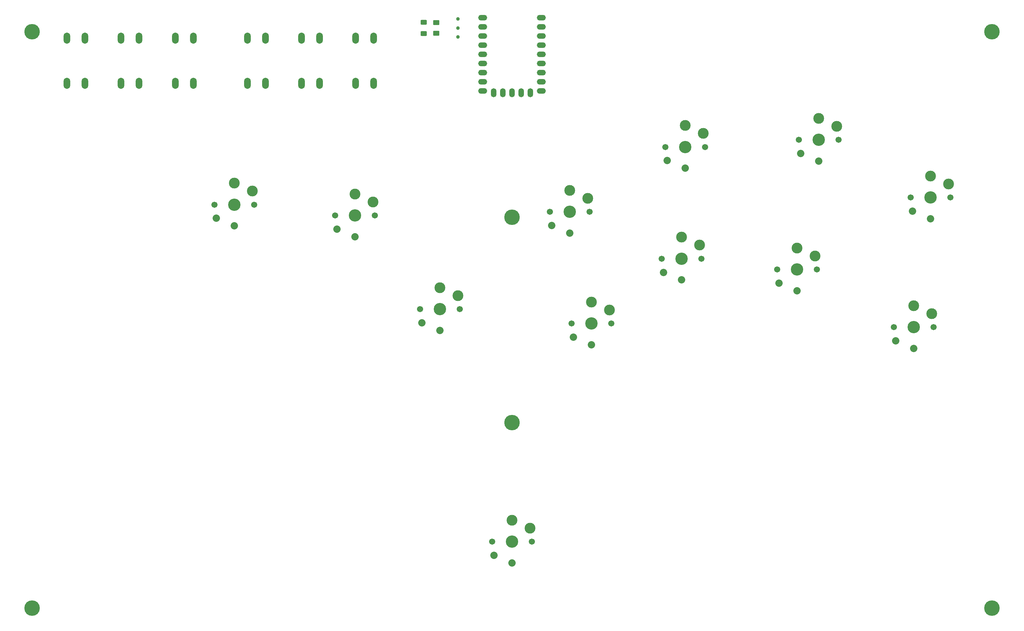
<source format=gbr>
%TF.GenerationSoftware,KiCad,Pcbnew,7.0.1*%
%TF.CreationDate,2024-02-21T21:30:13-07:00*%
%TF.ProjectId,JakesPad,4a616b65-7350-4616-942e-6b696361645f,rev?*%
%TF.SameCoordinates,Original*%
%TF.FileFunction,Soldermask,Top*%
%TF.FilePolarity,Negative*%
%FSLAX46Y46*%
G04 Gerber Fmt 4.6, Leading zero omitted, Abs format (unit mm)*
G04 Created by KiCad (PCBNEW 7.0.1) date 2024-02-21 21:30:13*
%MOMM*%
%LPD*%
G01*
G04 APERTURE LIST*
G04 Aperture macros list*
%AMRoundRect*
0 Rectangle with rounded corners*
0 $1 Rounding radius*
0 $2 $3 $4 $5 $6 $7 $8 $9 X,Y pos of 4 corners*
0 Add a 4 corners polygon primitive as box body*
4,1,4,$2,$3,$4,$5,$6,$7,$8,$9,$2,$3,0*
0 Add four circle primitives for the rounded corners*
1,1,$1+$1,$2,$3*
1,1,$1+$1,$4,$5*
1,1,$1+$1,$6,$7*
1,1,$1+$1,$8,$9*
0 Add four rect primitives between the rounded corners*
20,1,$1+$1,$2,$3,$4,$5,0*
20,1,$1+$1,$4,$5,$6,$7,0*
20,1,$1+$1,$6,$7,$8,$9,0*
20,1,$1+$1,$8,$9,$2,$3,0*%
G04 Aperture macros list end*
%ADD10C,1.701800*%
%ADD11C,3.000000*%
%ADD12C,3.429000*%
%ADD13C,2.032000*%
%ADD14O,1.850000X3.048000*%
%ADD15C,4.300000*%
%ADD16C,1.000000*%
%ADD17RoundRect,0.250001X0.624999X-0.462499X0.624999X0.462499X-0.624999X0.462499X-0.624999X-0.462499X0*%
%ADD18RoundRect,0.250000X0.625000X-0.400000X0.625000X0.400000X-0.625000X0.400000X-0.625000X-0.400000X0*%
%ADD19O,2.500000X1.500000*%
%ADD20O,1.500000X2.500000*%
G04 APERTURE END LIST*
D10*
%TO.C,B2*%
X263500000Y-123000000D03*
D11*
X269000000Y-117050000D03*
D12*
X269000000Y-123000000D03*
D11*
X274000000Y-119250000D03*
D10*
X274500000Y-123000000D03*
D13*
X269000000Y-128900000D03*
X264000000Y-126800000D03*
%TD*%
D14*
%TO.C,SW2*%
X113650000Y-74350000D03*
X113650000Y-61850000D03*
X118650000Y-74350000D03*
X118650000Y-61850000D03*
%TD*%
D10*
%TO.C,B1*%
X238500000Y-141000000D03*
D11*
X244000000Y-135050000D03*
D12*
X244000000Y-141000000D03*
D11*
X249000000Y-137250000D03*
D10*
X249500000Y-141000000D03*
D13*
X244000000Y-146900000D03*
X239000000Y-144800000D03*
%TD*%
D14*
%TO.C,SW3*%
X128650000Y-74350000D03*
X128650000Y-61850000D03*
X133650000Y-74350000D03*
X133650000Y-61850000D03*
%TD*%
D10*
%TO.C,A2*%
X264500000Y-92000000D03*
D11*
X270000000Y-86050000D03*
D12*
X270000000Y-92000000D03*
D11*
X275000000Y-88250000D03*
D10*
X275500000Y-92000000D03*
D13*
X270000000Y-97900000D03*
X265000000Y-95800000D03*
%TD*%
D10*
%TO.C,B4*%
X327800000Y-142000000D03*
D11*
X333300000Y-136050000D03*
D12*
X333300000Y-142000000D03*
D11*
X338300000Y-138250000D03*
D10*
X338800000Y-142000000D03*
D13*
X333300000Y-147900000D03*
X328300000Y-145800000D03*
%TD*%
D10*
%TO.C,A1*%
X232500000Y-110000000D03*
D11*
X238000000Y-104050000D03*
D12*
X238000000Y-110000000D03*
D11*
X243000000Y-106250000D03*
D10*
X243500000Y-110000000D03*
D13*
X238000000Y-115900000D03*
X233000000Y-113800000D03*
%TD*%
D10*
%TO.C,B3*%
X295500000Y-126000000D03*
D11*
X301000000Y-120050000D03*
D12*
X301000000Y-126000000D03*
D11*
X306000000Y-122250000D03*
D10*
X306500000Y-126000000D03*
D13*
X301000000Y-131900000D03*
X296000000Y-129800000D03*
%TD*%
D15*
%TO.C,H1*%
X89000000Y-60000000D03*
%TD*%
%TO.C,H5*%
X89000000Y-220000000D03*
%TD*%
D14*
%TO.C,SW1*%
X98650000Y-74350000D03*
X98650000Y-61850000D03*
X103650000Y-74350000D03*
X103650000Y-61850000D03*
%TD*%
D16*
%TO.C,GND*%
X206991428Y-59000000D03*
%TD*%
D17*
%TO.C,PWR*%
X201008572Y-57512500D03*
X201008572Y-60487500D03*
%TD*%
D15*
%TO.C,H2*%
X222000000Y-111500000D03*
%TD*%
D14*
%TO.C,SW4*%
X148650000Y-74350000D03*
X148650000Y-61850000D03*
X153650000Y-74350000D03*
X153650000Y-61850000D03*
%TD*%
%TO.C,SW6*%
X178650000Y-74350000D03*
X178650000Y-61850000D03*
X183650000Y-74350000D03*
X183650000Y-61850000D03*
%TD*%
D10*
%TO.C,C4*%
X216500000Y-201500000D03*
D11*
X222000000Y-195550000D03*
D12*
X222000000Y-201500000D03*
D11*
X227000000Y-197750000D03*
D10*
X227500000Y-201500000D03*
D13*
X222000000Y-207400000D03*
X217000000Y-205300000D03*
%TD*%
D16*
%TO.C,3V3*%
X207000000Y-61500000D03*
%TD*%
D10*
%TO.C,A4*%
X332500000Y-106000000D03*
D11*
X338000000Y-100050000D03*
D12*
X338000000Y-106000000D03*
D11*
X343000000Y-102250000D03*
D10*
X343500000Y-106000000D03*
D13*
X338000000Y-111900000D03*
X333000000Y-109800000D03*
%TD*%
D16*
%TO.C,5V*%
X207000000Y-56500000D03*
%TD*%
D14*
%TO.C,SW5*%
X163650000Y-74350000D03*
X163650000Y-61850000D03*
X168650000Y-74350000D03*
X168650000Y-61850000D03*
%TD*%
D10*
%TO.C,C3*%
X196500000Y-137000000D03*
D11*
X202000000Y-131050000D03*
D12*
X202000000Y-137000000D03*
D11*
X207000000Y-133250000D03*
D10*
X207500000Y-137000000D03*
D13*
X202000000Y-142900000D03*
X197000000Y-140800000D03*
%TD*%
D15*
%TO.C,H4*%
X222000000Y-168500000D03*
%TD*%
D10*
%TO.C,C1*%
X139500000Y-108000000D03*
D11*
X145000000Y-102050000D03*
D12*
X145000000Y-108000000D03*
D11*
X150000000Y-104250000D03*
D10*
X150500000Y-108000000D03*
D13*
X145000000Y-113900000D03*
X140000000Y-111800000D03*
%TD*%
D10*
%TO.C,C2*%
X173000000Y-111000000D03*
D11*
X178500000Y-105050000D03*
D12*
X178500000Y-111000000D03*
D11*
X183500000Y-107250000D03*
D10*
X184000000Y-111000000D03*
D13*
X178500000Y-116900000D03*
X173500000Y-114800000D03*
%TD*%
D15*
%TO.C,H3*%
X355000000Y-220000000D03*
%TD*%
%TO.C,H6*%
X355000000Y-60000000D03*
%TD*%
D18*
%TO.C,R*%
X197500000Y-60550000D03*
X197500000Y-57450000D03*
%TD*%
D19*
%TO.C,U2*%
X230120000Y-56140000D03*
X230120000Y-58680000D03*
X230120000Y-61220000D03*
X230120000Y-63760000D03*
X230120000Y-66300000D03*
X230120000Y-68840000D03*
X230120000Y-71380000D03*
X230120000Y-73920000D03*
X230120000Y-76460000D03*
D20*
X227080000Y-76960000D03*
X224540000Y-76960000D03*
X222000000Y-76960000D03*
X219460000Y-76960000D03*
X216920000Y-76960000D03*
D19*
X213880000Y-76460000D03*
X213880000Y-73920000D03*
X213880000Y-71380000D03*
X213880000Y-68840000D03*
X213880000Y-66300000D03*
X213880000Y-63760000D03*
X213880000Y-61220000D03*
X213880000Y-58680000D03*
X213880000Y-56140000D03*
%TD*%
D10*
%TO.C,A3*%
X301500000Y-90000000D03*
D11*
X307000000Y-84050000D03*
D12*
X307000000Y-90000000D03*
D11*
X312000000Y-86250000D03*
D10*
X312500000Y-90000000D03*
D13*
X307000000Y-95900000D03*
X302000000Y-93800000D03*
%TD*%
M02*

</source>
